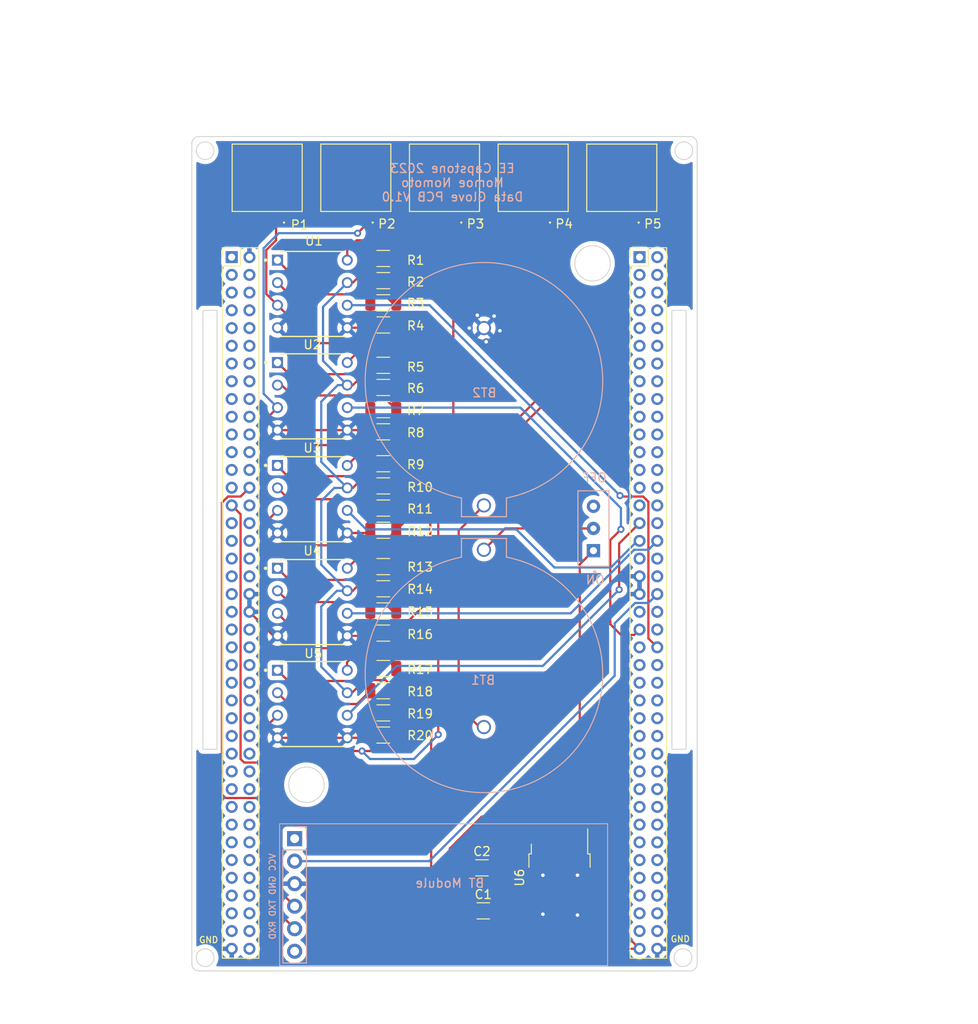
<source format=kicad_pcb>
(kicad_pcb (version 20211014) (generator pcbnew)
  (title_block (title "Data Glove PCB Board"))
  (layers (0 "F.Cu" signal) (31 "B.Cu" signal) (34 "B.Paste" user) (35 "F.Paste" user) (36 "B.SilkS" user "B.Silkscreen") (37 "F.SilkS" user "F.Silkscreen") (38 "B.Mask" user) (39 "F.Mask" user) (44 "Edge.Cuts" user))
  (net 0 "")
  (net 1 "Net-(C1-Pad1)")
  (net 2 "Net-(BT1-PadP)")
  (net 35 "/Conditioning_Circuit/OUTPUT")
  (net 38 "/Conditioning_Circuit1/OUTPUT")
  (net 39 "Net-(J1-Pad28)")
  (net 40 "Net-(J1-Pad29)")
  (net 47 "/Conditioning_Circuit3/OUTPUT")
  (net 48 "/Conditioning_Circuit2/OUTPUT")
  (net 50 "/Conditioning_Circuit4/OUTPUT")
  (net 80 "+3.3V")
  (net 156 "/Conditioning_Circuit/S1")
  (net 157 "+5V")
  (net 158 "/Conditioning_Circuit1/S1")
  (net 159 "/Conditioning_Circuit2/S1")
  (net 160 "/Conditioning_Circuit3/S1")
  (net 161 "/Conditioning_Circuit4/S1")
  (net 162 "Net-(R1-Pad1)")
  (net 163 "Net-(R1-Pad2)")
  (net 164 "Net-(R2-Pad1)")
  (net 165 "GND")
  (net 167 "Net-(R5-Pad1)")
  (net 168 "Net-(R5-Pad2)")
  (net 169 "Net-(R6-Pad1)")
  (net 170 "Net-(R9-Pad1)")
  (net 171 "Net-(R9-Pad2)")
  (net 172 "Net-(R10-Pad1)")
  (net 173 "Net-(R13-Pad1)")
  (net 174 "Net-(R13-Pad2)")
  (net 175 "Net-(R14-Pad1)")
  (net 176 "Net-(R17-Pad1)")
  (net 177 "Net-(R17-Pad2)")
  (net 178 "Net-(R18-Pad1)")
  (net 180 "Net-(BT1-PadN)")
  (footprint "Resistor_SMD:R_1206_3216Metric" (layer "F.Cu") (at 212.9 65.25)
    (fp_text reference "R3")
    (fp_text value "R")
  )
  (footprint "Connector_PinHeader_2.00mm:PinHeader_2x40_P2.00mm_Vertical" (layer "F.Cu") (at 195.8 60.1)
    (fp_text reference "J1")
    (fp_text value "Conn_02x40_Odd_Even_Left")
  )
  (footprint "Resistor_SMD:R_1206_3216Metric" (layer "F.Cu") (at 212.9 67.75)
    (fp_text reference "R4")
    (fp_text value "R")
  )
  (footprint "EECapstone:DIP787W46P254L1016H533Q8" (layer "F.Cu") (at 204.9 75.8)
    (fp_text reference "U2")
    (fp_text value "AD620")
  )
  (footprint "Resistor_SMD:R_1206_3216Metric" (layer "F.Cu") (at 212.9 114)
    (fp_text reference "R20")
    (fp_text value "R")
  )
  (footprint "Capacitor_SMD:C_1206_3216Metric" (layer "F.Cu") (at 224.175 133.825)
    (fp_text reference "C1")
    (fp_text value "0.33uF")
  )
  (footprint "Resistor_SMD:R_1206_3216Metric" (layer "F.Cu") (at 212.9 111.5)
    (fp_text reference "R19")
    (fp_text value "R")
  )
  (footprint "Connector_PinHeader_2.00mm:PinHeader_2x40_P2.00mm_Vertical" (layer "F.Cu") (at 241.8 60.1)
    (fp_text reference "J2")
    (fp_text value "Conn_02x40_Odd_Even_Right")
  )
  (footprint "EECapstone:DIP787W46P254L1016H533Q8" (layer "F.Cu") (at 204.9 87.4)
    (fp_text reference "U3")
    (fp_text value "AD620")
  )
  (footprint "Resistor_SMD:R_1206_3216Metric" (layer "F.Cu") (at 212.9 88.4)
    (fp_text reference "R11")
    (fp_text value "R")
  )
  (footprint "EECapstone:JST_S2B-PH-SM4-TB" (layer "F.Cu") (at 229.8 54.6)
    (fp_text reference "P4")
    (fp_text value "S2B-PH-SM4-TB")
  )
  (footprint "EECapstone:DIP787W46P254L1016H533Q8" (layer "F.Cu") (at 204.9 99)
    (fp_text reference "U4")
    (fp_text value "AD620")
  )
  (footprint "EECapstone:DIP787W46P254L1016H533Q8" (layer "F.Cu") (at 204.9 110.5)
    (fp_text reference "U5")
    (fp_text value "AD620")
  )
  (footprint "Resistor_SMD:R_1206_3216Metric" (layer "F.Cu") (at 212.9 95)
    (fp_text reference "R13")
    (fp_text value "R")
  )
  (footprint "Package_TO_SOT_SMD:TO-252-2" (layer "F.Cu") (at 232.775 129.875 -90)
    (fp_text reference "U6")
    (fp_text value "LM7805_TO220")
  )
  (footprint "EECapstone:JST_S2B-PH-SM4-TB" (layer "F.Cu") (at 209.8 54.6)
    (fp_text reference "P2")
    (fp_text value "S2B-PH-SM4-TB")
  )
  (footprint "Resistor_SMD:R_1206_3216Metric" (layer "F.Cu") (at 212.9 72.3)
    (fp_text reference "R5")
    (fp_text value "R")
  )
  (footprint "Resistor_SMD:R_1206_3216Metric" (layer "F.Cu") (at 212.9 90.9)
    (fp_text reference "R12")
    (fp_text value "R")
  )
  (footprint "EECapstone:JST_S2B-PH-SM4-TB" (layer "F.Cu") (at 199.8 54.6)
    (fp_text reference "P1")
    (fp_text value "S2B-PH-SM4-TB")
  )
  (footprint "Resistor_SMD:R_1206_3216Metric" (layer "F.Cu") (at 212.9 77.3)
    (fp_text reference "R7")
    (fp_text value "R")
  )
  (footprint "Resistor_SMD:R_1206_3216Metric" (layer "F.Cu") (at 212.9 60.25)
    (fp_text reference "R1")
    (fp_text value "R")
  )
  (footprint "Resistor_SMD:R_1206_3216Metric" (layer "F.Cu") (at 212.9 97.5)
    (fp_text reference "R14")
    (fp_text value "R")
  )
  (footprint "Resistor_SMD:R_1206_3216Metric" (layer "F.Cu") (at 212.9 74.8)
    (fp_text reference "R6")
    (fp_text value "R")
  )
  (footprint "EECapstone:DIP787W46P254L1016H533Q8" (layer "F.Cu") (at 204.9 64.25)
    (fp_text reference "U1")
    (fp_text value "AD620")
  )
  (footprint "Resistor_SMD:R_1206_3216Metric" (layer "F.Cu") (at 212.9 62.75)
    (fp_text reference "R2")
    (fp_text value "R")
  )
  (footprint "Resistor_SMD:R_1206_3216Metric" (layer "F.Cu") (at 212.9 100)
    (fp_text reference "R15")
    (fp_text value "R")
  )
  (footprint "Resistor_SMD:R_1206_3216Metric" (layer "F.Cu") (at 212.9 106.5)
    (fp_text reference "R17")
    (fp_text value "R")
  )
  (footprint "Resistor_SMD:R_1206_3216Metric" (layer "F.Cu") (at 212.9 83.4)
    (fp_text reference "R9")
    (fp_text value "R")
  )
  (footprint "Resistor_SMD:R_1206_3216Metric" (layer "F.Cu") (at 212.9 85.9)
    (fp_text reference "R10")
    (fp_text value "R")
  )
  (footprint "Resistor_SMD:R_1206_3216Metric" (layer "F.Cu") (at 212.9 102.5)
    (fp_text reference "R16")
    (fp_text value "R")
  )
  (footprint "Resistor_SMD:R_1206_3216Metric" (layer "F.Cu") (at 212.9 109)
    (fp_text reference "R18")
    (fp_text value "R")
  )
  (footprint "EECapstone:JST_S2B-PH-SM4-TB" (layer "F.Cu") (at 239.8 54.6)
    (fp_text reference "P5")
    (fp_text value "S2B-PH-SM4-TB")
  )
  (footprint "Capacitor_SMD:C_1206_3216Metric" (layer "F.Cu") (at 224.025 128.975)
    (fp_text reference "C2")
    (fp_text value "0.1uF")
  )
  (footprint "EECapstone:JST_S2B-PH-SM4-TB" (layer "F.Cu") (at 219.8 54.6)
    (fp_text reference "P3")
    (fp_text value "S2B-PH-SM4-TB")
  )
  (footprint "Resistor_SMD:R_1206_3216Metric" (layer "F.Cu") (at 212.9 79.8)
    (fp_text reference "R8")
    (fp_text value "R")
  )
  (footprint "EECapstone:SW_500SSP1S2M2QEA" (layer "B.Cu") (at 236.6 90.7 90)
    (fp_text reference "S1")
    (fp_text value "500SSP1S2M2QEA")
  )
  (footprint "EECapstone:CR2450" (layer "B.Cu") (at 224.25 74.1 180)
    (fp_text reference "BT2")
    (fp_text value "CR2450")
  )
  (footprint "EECapstone:CR2450" (layer "B.Cu") (at 224.25 107.1)
    (fp_text reference "BT1")
    (fp_text value "CR2450")
  )
  (footprint "Connector_PinHeader_2.54mm:PinHeader_1x06_P2.54mm_Vertical" (layer "B.Cu") (at 202.9 125.68 180)
    (fp_text reference "J3")
    (fp_text value "Conn_01x06_Female")
  )
  (gr_rect (start 238.2 124.005) (end 201.2 140.005) (layer "B.SilkS") (width 0.1) (fill none))
  (gr_circle (center 192.8 48.1) (end 193.8 48.1) (layer "Edge.Cuts") (width 0.1) (fill none))
  (gr_rect (start 245.45 66.1) (end 247.05 115.6) (layer "Edge.Cuts") (width 0.1) (fill none))
  (gr_arc (start 192.1 140.6) (mid 191.534315 140.365685) (end 191.3 139.8) (layer "Edge.Cuts") (width 0.1))
  (gr_rect (start 192.55 66.1) (end 194.15 115.6) (layer "Edge.Cuts") (width 0.1) (fill none))
  (gr_circle (center 246.8 48.1) (end 247.8 48.1) (layer "Edge.Cuts") (width 0.1) (fill none))
  (gr_arc (start 247.5 46.5) (mid 248.065685 46.734315) (end 248.3 47.3) (layer "Edge.Cuts") (width 0.1))
  (gr_line (start 191.3 139.8) (end 191.3 47.3) (layer "Edge.Cuts") (width 0.1))
  (gr_line (start 192.1 140.6) (end 247.5 140.6) (layer "Edge.Cuts") (width 0.1))
  (gr_line (start 248.3 47.3) (end 248.3 139.8) (layer "Edge.Cuts") (width 0.1))
  (gr_circle (center 236.5 60.8) (end 238.5 60.8) (layer "Edge.Cuts") (width 0.1) (fill none))
  (gr_arc (start 191.3 47.3) (mid 191.534315 46.734315) (end 192.1 46.5) (layer "Edge.Cuts") (width 0.1))
  (gr_line (start 247.5 46.5) (end 192.1 46.5) (layer "Edge.Cuts") (width 0.1))
  (gr_circle (center 246.7 139.1) (end 247.7 139.1) (layer "Edge.Cuts") (width 0.1) (fill none))
  (gr_circle (center 192.8 139.1) (end 193.8 139.1) (layer "Edge.Cuts") (width 0.1) (fill none))
  (gr_circle (center 204.224911 119.6) (end 206.224911 119.6) (layer "Edge.Cuts") (width 0.1) (fill none))
  (gr_arc (start 248.3 139.8) (mid 248.065685 140.365685) (end 247.5 140.6) (layer "Edge.Cuts") (width 0.1))
  (gr_text "OFF" (at 236.7 84.975) (layer "B.SilkS") (effects (font (size 1 1)) (justify mirror)))
  (gr_text "ON" (at 236.8 96.5) (layer "B.SilkS") (effects (font (size 1 1)) (justify mirror)))
  (gr_text "EE Capstone 2023\nMomoe Nomoto\nData Glove PCB V1.0" (at 220.7 51.7) (layer "B.SilkS") (effects (font (size 1 1)) (justify mirror)))
  (gr_text "VCC GND TXD RXD" (at 200.4 132.2 90) (layer "B.SilkS") (effects (font (size 0.7 0.7) (thickness 0.125)) (justify mirror)))
  (gr_text "BT Module" (at 220.4 130.7) (layer "B.SilkS") (effects (font (size 1 1)) (justify mirror)))
  (gr_text "GND" (at 193.2 137.1) (layer "F.SilkS") (effects (font (size 0.7 0.7) (thickness 0.125))))
  (gr_text "GND" (at 246.4 137) (layer "F.SilkS") (effects (font (size 0.7 0.7) (thickness 0.125))))
  (segment (start 220.4 126.8) (end 220.4 131.525) (width 0.25) (layer "F.Cu") (net 1))
  (segment (start 232.58 123.2) (end 224 123.2) (width 0.25) (layer "F.Cu") (net 1))
  (segment (start 235.055 94.745) (end 236.6 93.2) (width 0.25) (layer "F.Cu") (net 1))
  (segment (start 235.055 125.675) (end 232.58 123.2) (width 0.25) (layer "F.Cu") (net 1))
  (segment (start 235.055 125.675) (end 235.055 94.745) (width 0.25) (layer "F.Cu") (net 1))
  (segment (start 220.4 131.525) (end 222.7 133.825) (width 0.25) (layer "F.Cu") (net 1))
  (segment (start 224 123.2) (end 220.4 126.8) (width 0.25) (layer "F.Cu") (net 1))
  (segment (start 224.25 93.1) (end 226.65 90.7) (width 0.25) (layer "F.Cu") (net 2))
  (segment (start 226.65 90.7) (end 236.6 90.7) (width 0.25) (layer "F.Cu") (net 2))
  (segment (start 239.6 87) (end 239.7 87.1) (width 0.25) (layer "F.Cu") (net 35))
  (segment (start 242.8 103.1) (end 243.8 104.1) (width 0.25) (layer "F.Cu") (net 35))
  (segment (start 242.214214 87.1) (end 242.8 87.685786) (width 0.25) (layer "F.Cu") (net 35))
  (segment (start 239.7 87.1) (end 242.214214 87.1) (width 0.25) (layer "F.Cu") (net 35))
  (segment (start 242.8 87.685786) (end 242.8 103.1) (width 0.25) (layer "F.Cu") (net 35))
  (via (at 239.6 87) (size 0.8) (drill 0.4) (layers "F.Cu" "B.Cu") (net 35))
  (segment (start 218.12 65.52) (end 208.835 65.52) (width 0.25) (layer "B.Cu") (net 35))
  (segment (start 239.6 87) (end 218.12 65.52) (width 0.25) (layer "B.Cu") (net 35))
  (segment (start 239.7 102.7) (end 241.2 102.7) (width 0.25) (layer "F.Cu") (net 38))
  (segment (start 238.5 101.5) (end 239.7 102.7) (width 0.25) (layer "F.Cu") (net 38))
  (segment (start 238.5 92) (end 238.5 101.5) (width 0.25) (layer "F.Cu") (net 38))
  (segment (start 239.7 90.8) (end 238.5 92) (width 0.25) (layer "F.Cu") (net 38))
  (segment (start 241.2 102.7) (end 241.8 102.1) (width 0.25) (layer "F.Cu") (net 38))
  (via (at 239.7 90.8) (size 0.8) (drill 0.4) (layers "F.Cu" "B.Cu") (net 38))
  (segment (start 239.7 90.8) (end 239.7 88.4) (width 0.25) (layer "B.Cu") (net 38))
  (segment (start 228.37 77.07) (end 208.835 77.07) (width 0.25) (layer "B.Cu") (net 38))
  (segment (start 239.7 88.4) (end 228.37 77.07) (width 0.25) (layer "B.Cu") (net 38))
  (segment (start 194.7 87.785786) (end 195.385786 87.1) (width 0.25) (layer "F.Cu") (net 39))
  (segment (start 195.1 121.1) (end 194.7 120.7) (width 0.25) (layer "F.Cu") (net 39))
  (segment (start 194.7 120.7) (end 194.7 87.785786) (width 0.25) (layer "F.Cu") (net 39))
  (segment (start 199.8 132.74) (end 199.8 122.3) (width 0.25) (layer "F.Cu") (net 39))
  (segment (start 199.8 122.3) (end 198.6 121.1) (width 0.25) (layer "F.Cu") (net 39))
  (segment (start 198.6 121.1) (end 195.1 121.1) (width 0.25) (layer "F.Cu") (net 39))
  (segment (start 195.385786 87.1) (end 196.8 87.1) (width 0.25) (layer "F.Cu") (net 39))
  (segment (start 202.9 135.84) (end 199.8 132.74) (width 0.25) (layer "F.Cu") (net 39))
  (segment (start 196.8 87.1) (end 197.8 86.1) (width 0.25) (layer "F.Cu") (net 39))
  (segment (start 199.2 117.1) (end 200.8 118.7) (width 0.25) (layer "F.Cu") (net 40))
  (segment (start 196.8 116.7) (end 197.2 117.1) (width 0.25) (layer "F.Cu") (net 40))
  (segment (start 197.2 117.1) (end 199.2 117.1) (width 0.25) (layer "F.Cu") (net 40))
  (segment (start 200.8 131.2) (end 202.9 133.3) (width 0.25) (layer "F.Cu") (net 40))
  (segment (start 200.8 118.7) (end 200.8 131.2) (width 0.25) (layer "F.Cu") (net 40))
  (segment (start 196.8 89.1) (end 196.8 116.7) (width 0.25) (layer "F.Cu") (net 40))
  (segment (start 195.8 88.1) (end 196.8 89.1) (width 0.25) (layer "F.Cu") (net 40))
  (segment (start 234.03 100.27) (end 241.2 93.1) (width 0.25) (layer "B.Cu") (net 47))
  (segment (start 208.835 100.27) (end 234.03 100.27) (width 0.25) (layer "B.Cu") (net 47))
  (segment (start 242.8 93.1) (end 243.8 92.1) (width 0.25) (layer "B.Cu") (net 47))
  (segment (start 241.2 93.1) (end 242.8 93.1) (width 0.25) (layer "B.Cu") (net 47))
  (segment (start 227.9 90.8) (end 232.2 95.1) (width 0.25) (layer "B.Cu") (net 48))
  (segment (start 232.2 95.1) (end 238.563604 95.1) (width 0.25) (layer "B.Cu") (net 48))
  (segment (start 208.835 88.67) (end 210.965 90.8) (width 0.25) (layer "B.Cu") (net 48))
  (segment (start 241.563604 92.1) (end 241.8 92.1) (width 0.25) (layer "B.Cu") (net 48))
  (segment (start 210.965 90.8) (end 227.9 90.8) (width 0.25) (layer "B.Cu") (net 48))
  (segment (start 238.563604 95.1) (end 241.563604 92.1) (width 0.25) (layer "B.Cu") (net 48))
  (segment (start 239.5 92.4) (end 241.8 90.1) (width 0.25) (layer "F.Cu") (net 50))
  (segment (start 239.5 97.6) (end 239.5 92.4) (width 0.25) (layer "F.Cu") (net 50))
  (via (at 239.5 97.6) (size 0.8) (drill 0.4) (layers "F.Cu" "B.Cu") (net 50))
  (segment (start 214.405 106.2) (end 230.9 106.2) (width 0.25) (layer "B.Cu") (net 50))
  (segment (start 230.9 106.2) (end 239.5 97.6) (width 0.25) (layer "B.Cu") (net 50))
  (segment (start 208.835 111.77) (end 214.405 106.2) (width 0.25) (layer "B.Cu") (net 50))
  (segment (start 239 107.3) (end 218.08 128.22) (width 0.25) (layer "B.Cu") (net 80))
  (segment (start 243.8 98.1) (end 242.8 99.1) (width 0.25) (layer "B.Cu") (net 80))
  (segment (start 241.3 99.1) (end 239 101.4) (width 0.25) (layer "B.Cu") (net 80))
  (segment (start 239 101.4) (end 239 107.3) (width 0.25) (layer "B.Cu") (net 80))
  (segment (start 242.8 99.1) (end 241.3 99.1) (width 0.25) (layer "B.Cu") (net 80))
  (segment (start 218.08 128.22) (end 202.9 128.22) (width 0.25) (layer "B.Cu") (net 80))
  (segment (start 199.7 59.3) (end 199.7 64.255) (width 0.25) (layer "F.Cu") (net 156))
  (segment (start 213.1125 69) (end 213.1 69) (width 0.25) (layer "F.Cu") (net 156))
  (segment (start 214.3625 67.75) (end 213.1125 69) (width 0.25) (layer "F.Cu") (net 156))
  (segment (start 200.8 54.6) (end 200.8 58.2) (width 0.25) (layer "F.Cu") (net 156))
  (segment (start 200.8 58.2) (end 199.7 59.3) (width 0.25) (layer "F.Cu") (net 156))
  (segment (start 212.3 69.8) (end 205.245 69.8) (width 0.25) (layer "F.Cu") (net 156))
  (segment (start 205.245 69.8) (end 200.965 65.52) (width 0.25) (layer "F.Cu") (net 156))
  (segment (start 199.7 64.255) (end 200.965 65.52) (width 0.25) (layer "F.Cu") (net 156))
  (segment (start 213.1 69) (end 212.3 69.8) (width 0.25) (layer "F.Cu") (net 156))
  (segment (start 236.9 128) (end 238.5 129.6) (width 0.25) (layer "F.Cu") (net 157))
  (segment (start 209.47 74.53) (end 210.4 73.6) (width 0.25) (layer "F.Cu") (net 157))
  (segment (start 208.8 52.4) (end 208.8 54.6) (width 0.25) (layer "F.Cu") (net 157))
  (segment (start 218.3 112.9375) (end 218.3 133.95) (width 0.25) (layer "F.Cu") (net 157))
  (segment (start 238.5 129.6) (end 238.5 134.8) (width 0.25) (layer "F.Cu") (net 157))
  (segment (start 209.456827 86.13) (end 210.886827 84.7) (width 0.25) (layer "F.Cu") (net 157))
  (segment (start 218.8 59.9) (end 218.8 54.6) (width 0.25) (layer "F.Cu") (net 157))
  (segment (start 214.3625 62.75) (end 215.95 62.75) (width 0.25) (layer "F.Cu") (net 157))
  (segment (start 215.95 62.75) (end 218.8 59.9) (width 0.25) (layer "F.Cu") (net 157))
  (segment (start 210.4 73.6) (end 213.1625 73.6) (width 0.25) (layer "F.Cu") (net 157))
  (segment (start 230.2 51.8) (end 228.8 53.2) (width 0.25) (layer "F.Cu") (net 157))
  (segment (start 234 128) (end 236.9 128) (width 0.25) (layer "F.Cu") (net 157))
  (segment (start 213.1625 61.55) (end 214.3625 62.75) (width 0.25) (layer "F.Cu") (net 157))
  (segment (start 238.5 134.8) (end 241.8 138.1) (width 0.25) (layer "F.Cu") (net 157))
  (segment (start 210.886827 96.3) (end 213.1625 96.3) (width 0.25) (layer "F.Cu") (net 157))
  (segment (start 230.495 125.675) (end 225.85 125.675) (width 0.25) (layer "F.Cu") (net 157))
  (segment (start 236 51.8) (end 230.2 51.8) (width 0.25) (layer "F.Cu") (net 157))
  (segment (start 225.85 125.675) (end 222.55 128.975) (width 0.25) (layer "F.Cu") (net 157))
  (segment (start 210.3 51.6) (end 208.8 53.1) (width 0.25) (layer "F.Cu") (net 157))
  (segment (start 213.1625 73.6) (end 214.3625 74.8) (width 0.25) (layer "F.Cu") (net 157))
  (segment (start 198.8 54.6) (end 198.8 53) (width 0.25) (layer "F.Cu") (net 157))
  (segment (start 213.1625 96.3) (end 214.3625 97.5) (width 0.25) (layer "F.Cu") (net 157))
  (segment (start 227.7 51.6) (end 228.8 52.7) (width 0.25) (layer "F.Cu") (net 157))
  (segment (start 200.4 51.4) (end 207.8 51.4) (width 0.25) (layer "F.Cu") (net 157))
  (segment (start 218.8 54.6) (end 215.8 51.6) (width 0.25) (layer "F.Cu") (net 157))
  (segment (start 208.835 86.13) (end 209.456827 86.13) (width 0.25) (layer "F.Cu") (net 157))
  (segment (start 207.8 51.4) (end 208.8 52.4) (width 0.25) (layer "F.Cu") (net 157))
  (segment (start 208.835 97.73) (end 209.456827 97.73) (width 0.25) (layer "F.Cu") (net 157))
  (segment (start 208.835 62.98) (end 209.456827 62.98) (width 0.25) (layer "F.Cu") (net 157))
  (segment (start 220.2 51.6) (end 227.7 51.6) (width 0.25) (layer "F.Cu") (net 157))
  (segment (start 208.835 74.53) (end 209.47 74.53) (width 0.25) (layer "F.Cu") (net 157))
  (segment (start 209.456827 97.73) (end 210.886827 96.3) (width 0.25) (layer "F.Cu") (net 157))
  (segment (start 213.1625 84.7) (end 214.3625 85.9) (width 0.25) (layer "F.Cu") (net 157))
  (segment (start 228.8 53.2) (end 228.8 54.6) (width 0.25) (layer "F.Cu") (net 157))
  (segment (start 214.3625 109) (end 218.3 112.9375) (width 0.25) (layer "F.Cu") (net 157))
  (segment (start 213.1625 107.8) (end 214.3625 109) (width 0.25) (layer "F.Cu") (net 157))
  (segment (start 209.456827 62.98) (end 210.886827 61.55) (width 0.25) (layer "F.Cu") (net 157))
  (segment (start 222.45 138.1) (end 241.8 138.1) (width 0.25) (layer "F.Cu") (net 157))
  (segment (start 230.495 125.675) (end 231.675 125.675) (width 0.25) (layer "F.Cu") (net 157))
  (segment (start 210.8 107.8) (end 213.1625 107.8) (width 0.25) (layer "F.Cu") (net 157))
  (segment (start 208.835 109.23) (end 209.37 109.23) (width 0.25) (layer "F.Cu") (net 157))
  (segment (start 238.8 54.6) (end 236 51.8) (width 0.25) (layer "F.Cu") (net 157))
  (segment (start 215.8 51.6) (end 210.3 51.6) (width 0.25) (layer "F.Cu") (net 157))
  (segment (start 198.8 53) (end 200.4 51.4) (width 0.25) (layer "F.Cu") (net 157))
  (segment (start 210.886827 61.55) (end 213.1625 61.55) (width 0.25) (layer "F.Cu") (net 157))
  (segment (start 218.8 54.6) (end 218.8 53) (width 0.25) (layer "F.Cu") (net 157))
  (segment (start 208.8 53.1) (end 208.8 54.6) (width 0.25) (layer "F.Cu") (net 157))
  (segment (start 231.675 125.675) (end 234 128) (width 0.25) (layer "F.Cu") (net 157))
  (segment (start 228.8 52.7) (end 228.8 54.6) (width 0.25) (layer "F.Cu") (net 157))
  (segment (start 218.8 53) (end 220.2 51.6) (width 0.25) (layer "F.Cu") (net 157))
  (segment (start 210.886827 84.7) (end 213.1625 84.7) (width 0.25) (layer "F.Cu") (net 157))
  (segment (start 218.3 133.95) (end 222.45 138.1) (width 0.25) (layer "F.Cu") (net 157))
  (segment (start 209.37 109.23) (end 210.8 107.8) (width 0.25) (layer "F.Cu") (net 157))
  (segment (start 205.9 83.195) (end 205.9 76.4) (width 0.25) (layer "B.Cu") (net 157))
  (segment (start 205.9 94.795) (end 205.9 87.6) (width 0.25) (layer "B.Cu") (net 157))
  (segment (start 208.835 86.13) (end 205.9 83.195) (width 0.25) (layer "B.Cu") (net 157))
  (segment (start 205.9 106.295) (end 208.835 109.23) (width 0.25) (layer "B.Cu") (net 157))
  (segment (start 205.9 99.5) (end 205.9 106.295) (width 0.25) (layer "B.Cu") (net 157))
  (segment (start 207.37 86.13) (end 208.835 86.13) (width 0.25) (layer "B.Cu") (net 157))
  (segment (start 205.9 76.4) (end 207.77 74.53) (width 0.25) (layer "B.Cu") (net 157))
  (segment (start 206.1 65.715) (end 206.1 71.795) (width 0.25) (layer "B.Cu") (net 157))
  (segment (start 208.835 97.73) (end 205.9 94.795) (width 0.25) (layer "B.Cu") (net 157))
  (segment (start 206.1 71.795) (end 208.835 74.53) (width 0.25) (layer "B.Cu") (net 157))
  (segment (start 205.9 87.6) (end 207.37 86.13) (width 0.25) (layer "B.Cu") (net 157))
  (segment (start 207.77 74.53) (end 208.835 74.53) (width 0.25) (layer "B.Cu") (net 157))
  (segment (start 208.835 97.73) (end 207.67 97.73) (width 0.25) (layer "B.Cu") (net 157))
  (segment (start 208.835 62.98) (end 206.1 65.715) (width 0.25) (layer "B.Cu") (net 157))
  (segment (start 207.67 97.73) (end 205.9 99.5) (width 0.25) (layer "B.Cu") (net 157))
  (segment (start 200.965 77.07) (end 199.7 78.335) (width 0.25) (layer "F.Cu") (net 158))
  (segment (start 199.7 80.6) (end 200.4 81.3) (width 0.25) (layer "F.Cu") (net 158))
  (segment (start 210.8 56.6) (end 210.8 54.6) (width 0.25) (layer "F.Cu") (net 158))
  (segment (start 212.8625 81.3) (end 214.3625 79.8) (width 0.25) (layer "F.Cu") (net 158))
  (segment (start 200.4 81.3) (end 212.8625 81.3) (width 0.25) (layer "F.Cu") (net 158))
  (segment (start 199.7 78.335) (end 199.7 80.6) (width 0.25) (layer "F.Cu") (net 158))
  (segment (start 210 57.4) (end 210.8 56.6) (width 0.25) (layer "F.Cu") (net 158))
  (via (at 210 57.4) (size 0.8) (drill 0.4) (layers "F.Cu" "B.Cu") (net 158))
  (segment (start 199.4 59.1) (end 199.4 75.505) (width 0.25) (layer "B.Cu") (net 158))
  (segment (start 199.4 75.505) (end 200.965 77.07) (width 0.25) (layer "B.Cu") (net 158))
  (segment (start 201.1 57.4) (end 199.4 59.1) (width 0.25) (layer "B.Cu") (net 158))
  (segment (start 210 57.4) (end 201.1 57.4) (width 0.25) (layer "B.Cu") (net 158))
  (segment (start 200.965 88.67) (end 199.5 90.135) (width 0.25) (layer "F.Cu") (net 159))
  (segment (start 199.5 90.135) (end 199.5 91.8) (width 0.25) (layer "F.Cu") (net 159))
  (segment (start 220.8 84.4625) (end 214.3625 90.9) (width 0.25) (layer "F.Cu") (net 159))
  (segment (start 200.3 92.6) (end 212.6625 92.6) (width 0.25) (layer "F.Cu") (net 159))
  (segment (start 220.8 54.6) (end 220.8 84.4625) (width 0.25) (layer "F.Cu") (net 159))
  (segment (start 212.6625 92.6) (end 214.3625 90.9) (width 0.25) (layer "F.Cu") (net 159))
  (segment (start 199.5 91.8) (end 200.3 92.6) (width 0.25) (layer "F.Cu") (net 159))
  (segment (start 218.2 88.2) (end 218.2 98.6625) (width 0.25) (layer "F.Cu") (net 160))
  (segment (start 212.6625 104.2) (end 204.895 104.2) (width 0.25) (layer "F.Cu") (net 160))
  (segment (start 230.8 75.6) (end 218.2 88.2) (width 0.25) (layer "F.Cu") (net 160))
  (segment (start 218.2 98.6625) (end 214.3625 102.5) (width 0.25) (layer "F.Cu") (net 160))
  (segment (start 204.895 104.2) (end 200.965 100.27) (width 0.25) (layer "F.Cu") (net 160))
  (segment (start 230.8 54.6) (end 230.8 75.6) (width 0.25) (layer "F.Cu") (net 160))
  (segment (start 214.3625 102.5) (end 212.6625 104.2) (width 0.25) (layer "F.Cu") (net 160))
  (segment (start 239.8 57.5) (end 240.8 56.5) (width 0.25) (layer "F.Cu") (net 161))
  (segment (start 210.5 115.8) (end 212.5625 115.8) (width 0.25) (layer "F.Cu") (net 161))
  (segment (start 212.5625 115.8) (end 214.3625 114) (width 0.25) (layer "F.Cu") (net 161))
  (segment (start 210.5 115.8) (end 200.5 115.8) (width 0.25) (layer "F.Cu") (net 161))
  (segment (start 219.1 113.95) (end 219.1 88.6) (width 0.25) (layer "F.Cu") (net 161))
  (segment (start 219.1 88.6) (end 232.1 75.6) (width 0.25) (layer "F.Cu") (net 161))
  (segment (start 232.1 75.6) (end 232.1 60.4) (width 0.25) (layer "F.Cu") (net 161))
  (segment (start 200.5 115.8) (end 199.7 115) (width 0.25) (layer "F.Cu") (net 161))
  (segment (start 199.7 113.035) (end 200.965 111.77) (width 0.25) (layer "F.Cu") (net 161))
  (segment (start 235 57.5) (end 239.8 57.5) (width 0.25) (layer "F.Cu") (net 161))
  (segment (start 232.1 60.4) (end 235 57.5) (width 0.25) (layer "F.Cu") (net 161))
  (segment (start 240.8 56.5) (end 240.8 54.6) (width 0.25) (layer "F.Cu") (net 161))
  (segment (start 199.7 115) (end 199.7 113.035) (width 0.25) (layer "F.Cu") (net 161))
  (via (at 219.1 113.95) (size 0.8) (drill 0.4) (layers "F.Cu" "B.Cu") (net 161))
  (via (at 210.5 115.8) (size 0.8) (drill 0.4) (layers "F.Cu" "B.Cu") (net 161))
  (segment (start 216.35 116.7) (end 219.1 113.95) (width 0.25) (layer "B.Cu") (net 161))
  (segment (start 210.5 115.8) (end 211.4 116.7) (width 0.25) (layer "B.Cu") (net 161))
  (segment (start 211.4 116.7) (end 216.35 116.7) (width 0.25) (layer "B.Cu") (net 161))
  (segment (start 209.9875 61.7) (end 202.2 61.7) (width 0.25) (layer "F.Cu") (net 162))
  (segment (start 200.965 60.465) (end 200.965 60.44) (width 0.25) (layer "F.Cu") (net 162))
  (segment (start 211.4375 60.25) (end 209.9875 61.7) (width 0.25) (layer "F.Cu") (net 162))
  (segment (start 202.2 61.7) (end 200.965 60.465) (width 0.25) (layer "F.Cu") (net 162))
  (segment (start 209.9 58.2) (end 208.835 59.265) (width 0.25) (layer "F.Cu") (net 163))
  (segment (start 214.3625 60.25) (end 214.3625 58.6625) (width 0.25) (layer "F.Cu") (net 163))
  (segment (start 214.3625 58.6625) (end 213.9 58.2) (width 0.25) (layer "F.Cu") (net 163))
  (segment (start 213.9 58.2) (end 209.9 58.2) (width 0.25) (layer "F.Cu") (net 163))
  (segment (start 208.835 59.265) (end 208.835 60.44) (width 0.25) (layer "F.Cu") (net 163))
  (segment (start 202.285 64.3) (end 200.965 62.98) (width 0.25) (layer "F.Cu") (net 164))
  (segment (start 209.8875 64.3) (end 202.285 64.3) (width 0.25) (layer "F.Cu") (net 164))
  (segment (start 211.4375 62.75) (end 209.8875 64.3) (width 0.25) (layer "F.Cu") (net 164))
  (segment (start 214.3625 65.25) (end 213.9375 65.25) (width 0.25) (layer "F.Cu") (net 164))
  (segment (start 213.9375 65.25) (end 211.4375 62.75) (width 0.25) (layer "F.Cu") (net 164))
  (segment (start 211.4375 77.3) (end 211.4375 79.8) (width 0.25) (layer "F.Cu") (net 165))
  (segment (start 211.4375 102.5) (end 211.1275 102.81) (width 0.25) (layer "F.Cu") (net 165))
  (segment (start 211.4375 67.75) (end 211.1275 68.06) (width 0.25) (layer "F.Cu") (net 165))
  (segment (start 211.1275 114.31) (end 211.4375 114) (width 0.25) (layer "F.Cu") (net 165))
  (segment (start 200.965 114.31) (end 208.835 114.31) (width 0.25) (layer "F.Cu") (net 165))
  (segment (start 208.835 114.31) (end 211.1275 114.31) (width 0.25) (layer "F.Cu") (net 165))
  (segment (start 228.525 131.975) (end 226.675 133.825) (width 0.25) (layer "F.Cu") (net 165))
  (segment (start 211.4375 90.9) (end 211.1275 91.21) (width 0.25) (layer "F.Cu") (net 165))
  (segment (start 211.4375 114) (end 211.4375 111.5) (width 0.25) (layer "F.Cu") (net 165))
  (segment (start 211.4375 102.5) (end 211.4375 100) (width 0.25) (layer "F.Cu") (net 165))
  (segment (start 211.4375 90.9) (end 211.4375 88.4) (width 0.25) (layer "F.Cu") (net 165))
  (segment (start 197.8 100.1) (end 200.51 102.81) (width 0.25) (layer "F.Cu") (net 165))
  (segment (start 229.775 128.975) (end 232.775 131.975) (width 0.25) (layer "F.Cu") (net 165))
  (segment (start 232.775 131.975) (end 228.525 131.975) (width 0.25) (layer "F.Cu") (net 165))
  (segment (start 211.1275 91.21) (end 208.835 91.21) (width 0.25) (layer "F.Cu") (net 165))
  (segment (start 211.2475 79.61) (end 211.4375 79.8) (width 0.25) (layer "F.Cu") (net 165))
  (segment (start 226.675 133.825) (end 225.65 133.825) (width 0.25) (layer "F.Cu") (net 165))
  (segment (start 211.1275 68.06) (end 208.835 68.06) (width 0.25) (layer "F.Cu") (net 165))
  (segment (start 200.965 79.61) (end 208.835 79.61) (width 0.25) (layer "F.Cu") (net 165))
  (segment (start 211.1275 102.81) (end 208.835 102.81) (width 0.25) (layer "F.Cu") (net 165))
  (segment (start 208.835 79.61) (end 211.2475 79.61) (width 0.25) (layer "F.Cu") (net 165))
  (segment (start 200.51 102.81) (end 200.965 102.81) (width 0.25) (layer "F.Cu") (net 165))
  (segment (start 225.5 128.975) (end 229.775 128.975) (width 0.25) (layer "F.Cu") (net 165))
  (segment (start 211.4375 67.75) (end 211.4375 65.25) (width 0.25) (layer "F.Cu") (net 165))
  (via (at 222.6 68.1) (size 0.8) (drill 0.4) (layers "F.Cu" "B.Cu") (net 165))
  (via (at 234.8 134.3) (size 0.8) (drill 0.4) (layers "F.Cu" "B.Cu") (net 165))
  (via (at 223.5 66.65) (size 0.8) (drill 0.4) (layers "F.Cu" "B.Cu") (net 165))
  (via (at 230.9 129.8) (size 0.8) (drill 0.4) (layers "F.Cu" "B.Cu") (net 165))
  (via (at 224.5 69.65) (size 0.8) (drill 0.4) (layers "F.Cu" "B.Cu") (net 165))
  (via (at 226.05 68.4) (size 0.8) (drill 0.4) (layers "F.Cu" "B.Cu") (net 165))
  (via (at 225.4 66.75) (size 0.8) (drill 0.4) (layers "F.Cu" "B.Cu") (net 165))
  (via (at 234.8 129.8) (size 0.8) (drill 0.4) (layers "F.Cu" "B.Cu") (net 165))
  (via (at 230.9 134.2) (size 0.8) (drill 0.4) (layers "F.Cu" "B.Cu") (net 165))
  (segment (start 211.4375 72.3) (end 210.6 72.3) (width 0.25) (layer "F.Cu") (net 167))
  (segment (start 202.275 73.3) (end 200.965 71.99) (width 0.25) (layer "F.Cu") (net 167))
  (segment (start 209.6 73.3) (end 202.275 73.3) (width 0.25) (layer "F.Cu") (net 167))
  (segment (start 210.6 72.3) (end 209.6 73.3) (width 0.25) (layer "F.Cu") (net 167))
  (segment (start 210.225 70.6) (end 212.9 70.6) (width 0.25) (layer "F.Cu") (net 168))
  (segment (start 208.835 71.99) (end 210.225 70.6) (width 0.25) (layer "F.Cu") (net 168))
  (segment (start 212.9 70.6) (end 214.3625 72.0625) (width 0.25) (layer "F.Cu") (net 168))
  (segment (start 214.3625 72.0625) (end 214.3625 72.3) (width 0.25) (layer "F.Cu") (net 168))
  (segment (start 210.5375 75.7) (end 211.4375 74.8) (width 0.25) (layer "F.Cu") (net 169))
  (segment (start 211.4375 74.8) (end 211.8625 74.8) (width 0.25) (layer "F.Cu") (net 169))
  (segment (start 211.8625 74.8) (end 214.3625 77.3) (width 0.25) (layer "F.Cu") (net 169))
  (segment (start 200.965 74.53) (end 201.43 74.53) (width 0.25) (layer "F.Cu") (net 169))
  (segment (start 201.43 74.53) (end 202.6 75.7) (width 0.25) (layer "F.Cu") (net 169))
  (segment (start 202.6 75.7) (end 210.5375 75.7) (width 0.25) (layer "F.Cu") (net 169))
  (segment (start 210.0375 84.8) (end 202.1 84.8) (width 0.25) (layer "F.Cu") (net 170))
  (segment (start 202.1 84.8) (end 200.965 83.665) (width 0.25) (layer "F.Cu") (net 170))
  (segment (start 200.965 83.665) (end 200.965 83.59) (width 0.25) (layer "F.Cu") (net 170))
  (segment (start 211.4375 83.4) (end 210.0375 84.8) (width 0.25) (layer "F.Cu") (net 170))
  (segment (start 208.835 83.59) (end 210.625 81.8) (width 0.25) (layer "F.Cu") (net 171))
  (segment (start 210.625 81.8) (end 212.7625 81.8) (width 0.25) (layer "F.Cu") (net 171))
  (segment (start 212.7625 81.8) (end 214.3625 83.4) (width 0.25) (layer "F.Cu") (net 171))
  (segment (start 200.965 86.13) (end 202.235 87.4) (width 0.25) (layer "F.Cu") (net 172))
  (segment (start 211.8625 85.9) (end 211.4375 85.9) (width 0.25) (layer "F.Cu") (net 172))
  (segment (start 209.9375 87.4) (end 211.4375 85.9) (width 0.25) (layer "F.Cu") (net 172))
  (segment (start 202.235 87.4) (end 209.9375 87.4) (width 0.25) (layer "F.Cu") (net 172))
  (segment (start 214.3625 88.4) (end 211.8625 85.9) (width 0.25) (layer "F.Cu") (net 172))
  (segment (start 209.9375 96.5) (end 202.275 96.5) (width 0.25) (layer "F.Cu") (net 173))
  (segment (start 211.4375 95) (end 209.9375 96.5) (width 0.25) (layer "F.Cu") (net 173))
  (segment (start 202.275 96.5) (end 200.965 95.19) (width 0.25) (layer "F.Cu") (net 173))
  (segment (start 212.8625 93.5) (end 214.3625 95) (width 0.25) (layer "F.Cu") (net 174))
  (segment (start 208.835 95.19) (end 210.525 93.5) (width 0.25) (layer "F.Cu") (net 174))
  (segment (start 210.525 93.5) (end 212.8625 93.5) (width 0.25) (layer "F.Cu") (net 174))
  (segment (start 209.9375 99) (end 211.4375 97.5) (width 0.25) (layer "F.Cu") (net 175))
  (segment (start 200.965 97.73) (end 202.235 99) (width 0.25) (layer "F.Cu") (net 175))
  (segment (start 213.9375 100) (end 211.4375 97.5) (width 0.25) (layer "F.Cu") (net 175))
  (segment (start 214.3625 100) (end 213.9375 100) (width 0.25) (layer "F.Cu") (net 175))
  (segment (start 202.235 99) (end 209.9375 99) (width 0.25) (layer "F.Cu") (net 175))
  (segment (start 211.4375 106.5) (end 210.0375 107.9) (width 0.25) (layer "F.Cu") (net 176))
  (segment (start 202.175 107.9) (end 200.965 106.69) (width 0.25) (layer "F.Cu") (net 176))
  (segment (start 210.0375 107.9) (end 202.175 107.9) (width 0.25) (layer "F.Cu") (net 176))
  (segment (start 208.8 106.655) (end 208.835 106.69) (width 0.25) (layer "F.Cu") (net 177))
  (segment (start 209.9 104.7) (end 208.8 105.8) (width 0.25) (layer "F.Cu") (net 177))
  (segment (start 214.3625 106.5) (end 212.5625 104.7) (width 0.25) (layer "F.Cu") (net 177))
  (segment (start 212.5625 104.7) (end 209.9 104.7) (width 0.25) (layer "F.Cu") (net 177))
  (segment (start 208.8 105.8) (end 208.8 106.655) (width 0.25) (layer "F.Cu") (net 177))
  (segment (start 211.4375 109) (end 209.9375 110.5) (width 0.25) (layer "F.Cu") (net 178))
  (segment (start 213.9375 111.5) (end 211.4375 109) (width 0.25) (layer "F.Cu") (net 178))
  (segment (start 214.3625 111.5) (end 213.9375 111.5) (width 0.25) (layer "F.Cu") (net 178))
  (segment (start 202.235 110.5) (end 200.965 109.23) (width 0.25) (layer "F.Cu") (net 178))
  (segment (start 209.9375 110.5) (end 202.235 110.5) (width 0.25) (layer "F.Cu") (net 178))
  (segment (start 221.4 110.75) (end 224.25 113.6) (width 0.25) (layer "F.Cu") (net 180))
  (segment (start 221.4 90.95) (end 221.4 110.75) (width 0.25) (layer "F.Cu") (net 180))
  (segment (start 224.25 88.1) (end 221.4 90.95) (width 0.25) (layer "F.Cu") (net 180))
  (zone (net 165) (net_name "GND") (layer "B.Cu") (connect_pads (clearance 0.508)) (min_thickness 0.254) (fill yes (thermal_gap 0.508) (thermal_bridge_width 0.508))
    (polygon (pts (xy 251.6 146.6) (xy 186.7 146.6) (xy 186.7 42.3) (xy 251.6 42.3)))
  )
)
</source>
